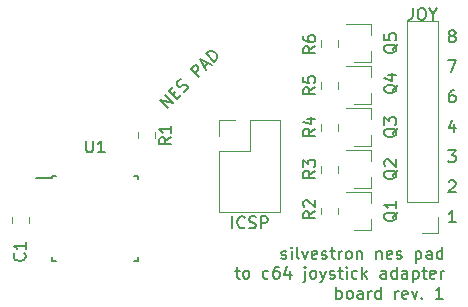
<source format=gbr>
G04 #@! TF.GenerationSoftware,KiCad,Pcbnew,(5.1.4)-1*
G04 #@! TF.CreationDate,2020-04-18T17:13:35+10:00*
G04 #@! TF.ProjectId,c64-nes-adapter,6336342d-6e65-4732-9d61-646170746572,rev?*
G04 #@! TF.SameCoordinates,Original*
G04 #@! TF.FileFunction,Legend,Top*
G04 #@! TF.FilePolarity,Positive*
%FSLAX46Y46*%
G04 Gerber Fmt 4.6, Leading zero omitted, Abs format (unit mm)*
G04 Created by KiCad (PCBNEW (5.1.4)-1) date 2020-04-18 17:13:35*
%MOMM*%
%LPD*%
G04 APERTURE LIST*
%ADD10C,0.150000*%
%ADD11C,0.120000*%
G04 APERTURE END LIST*
D10*
X202469761Y-91828952D02*
X202374523Y-91781333D01*
X202326904Y-91733714D01*
X202279285Y-91638476D01*
X202279285Y-91590857D01*
X202326904Y-91495619D01*
X202374523Y-91448000D01*
X202469761Y-91400380D01*
X202660238Y-91400380D01*
X202755476Y-91448000D01*
X202803095Y-91495619D01*
X202850714Y-91590857D01*
X202850714Y-91638476D01*
X202803095Y-91733714D01*
X202755476Y-91781333D01*
X202660238Y-91828952D01*
X202469761Y-91828952D01*
X202374523Y-91876571D01*
X202326904Y-91924190D01*
X202279285Y-92019428D01*
X202279285Y-92209904D01*
X202326904Y-92305142D01*
X202374523Y-92352761D01*
X202469761Y-92400380D01*
X202660238Y-92400380D01*
X202755476Y-92352761D01*
X202803095Y-92305142D01*
X202850714Y-92209904D01*
X202850714Y-92019428D01*
X202803095Y-91924190D01*
X202755476Y-91876571D01*
X202660238Y-91828952D01*
X202231666Y-93940380D02*
X202898333Y-93940380D01*
X202469761Y-94940380D01*
X202755476Y-96480380D02*
X202565000Y-96480380D01*
X202469761Y-96528000D01*
X202422142Y-96575619D01*
X202326904Y-96718476D01*
X202279285Y-96908952D01*
X202279285Y-97289904D01*
X202326904Y-97385142D01*
X202374523Y-97432761D01*
X202469761Y-97480380D01*
X202660238Y-97480380D01*
X202755476Y-97432761D01*
X202803095Y-97385142D01*
X202850714Y-97289904D01*
X202850714Y-97051809D01*
X202803095Y-96956571D01*
X202755476Y-96908952D01*
X202660238Y-96861333D01*
X202469761Y-96861333D01*
X202374523Y-96908952D01*
X202326904Y-96956571D01*
X202279285Y-97051809D01*
X202755476Y-99353714D02*
X202755476Y-100020380D01*
X202517380Y-98972761D02*
X202279285Y-99687047D01*
X202898333Y-99687047D01*
X202231666Y-101560380D02*
X202850714Y-101560380D01*
X202517380Y-101941333D01*
X202660238Y-101941333D01*
X202755476Y-101988952D01*
X202803095Y-102036571D01*
X202850714Y-102131809D01*
X202850714Y-102369904D01*
X202803095Y-102465142D01*
X202755476Y-102512761D01*
X202660238Y-102560380D01*
X202374523Y-102560380D01*
X202279285Y-102512761D01*
X202231666Y-102465142D01*
X202279285Y-104195619D02*
X202326904Y-104148000D01*
X202422142Y-104100380D01*
X202660238Y-104100380D01*
X202755476Y-104148000D01*
X202803095Y-104195619D01*
X202850714Y-104290857D01*
X202850714Y-104386095D01*
X202803095Y-104528952D01*
X202231666Y-105100380D01*
X202850714Y-105100380D01*
X202850714Y-107640380D02*
X202279285Y-107640380D01*
X202565000Y-107640380D02*
X202565000Y-106640380D01*
X202469761Y-106783238D01*
X202374523Y-106878476D01*
X202279285Y-106926095D01*
X192754809Y-114117380D02*
X192754809Y-113117380D01*
X192754809Y-113498333D02*
X192850047Y-113450714D01*
X193040523Y-113450714D01*
X193135761Y-113498333D01*
X193183380Y-113545952D01*
X193231000Y-113641190D01*
X193231000Y-113926904D01*
X193183380Y-114022142D01*
X193135761Y-114069761D01*
X193040523Y-114117380D01*
X192850047Y-114117380D01*
X192754809Y-114069761D01*
X193802428Y-114117380D02*
X193707190Y-114069761D01*
X193659571Y-114022142D01*
X193611952Y-113926904D01*
X193611952Y-113641190D01*
X193659571Y-113545952D01*
X193707190Y-113498333D01*
X193802428Y-113450714D01*
X193945285Y-113450714D01*
X194040523Y-113498333D01*
X194088142Y-113545952D01*
X194135761Y-113641190D01*
X194135761Y-113926904D01*
X194088142Y-114022142D01*
X194040523Y-114069761D01*
X193945285Y-114117380D01*
X193802428Y-114117380D01*
X194992904Y-114117380D02*
X194992904Y-113593571D01*
X194945285Y-113498333D01*
X194850047Y-113450714D01*
X194659571Y-113450714D01*
X194564333Y-113498333D01*
X194992904Y-114069761D02*
X194897666Y-114117380D01*
X194659571Y-114117380D01*
X194564333Y-114069761D01*
X194516714Y-113974523D01*
X194516714Y-113879285D01*
X194564333Y-113784047D01*
X194659571Y-113736428D01*
X194897666Y-113736428D01*
X194992904Y-113688809D01*
X195469095Y-114117380D02*
X195469095Y-113450714D01*
X195469095Y-113641190D02*
X195516714Y-113545952D01*
X195564333Y-113498333D01*
X195659571Y-113450714D01*
X195754809Y-113450714D01*
X196516714Y-114117380D02*
X196516714Y-113117380D01*
X196516714Y-114069761D02*
X196421476Y-114117380D01*
X196231000Y-114117380D01*
X196135761Y-114069761D01*
X196088142Y-114022142D01*
X196040523Y-113926904D01*
X196040523Y-113641190D01*
X196088142Y-113545952D01*
X196135761Y-113498333D01*
X196231000Y-113450714D01*
X196421476Y-113450714D01*
X196516714Y-113498333D01*
X197754809Y-114117380D02*
X197754809Y-113450714D01*
X197754809Y-113641190D02*
X197802428Y-113545952D01*
X197850047Y-113498333D01*
X197945285Y-113450714D01*
X198040523Y-113450714D01*
X198754809Y-114069761D02*
X198659571Y-114117380D01*
X198469095Y-114117380D01*
X198373857Y-114069761D01*
X198326238Y-113974523D01*
X198326238Y-113593571D01*
X198373857Y-113498333D01*
X198469095Y-113450714D01*
X198659571Y-113450714D01*
X198754809Y-113498333D01*
X198802428Y-113593571D01*
X198802428Y-113688809D01*
X198326238Y-113784047D01*
X199135761Y-113450714D02*
X199373857Y-114117380D01*
X199611952Y-113450714D01*
X199992904Y-114022142D02*
X200040523Y-114069761D01*
X199992904Y-114117380D01*
X199945285Y-114069761D01*
X199992904Y-114022142D01*
X199992904Y-114117380D01*
X201754809Y-114117380D02*
X201183380Y-114117380D01*
X201469095Y-114117380D02*
X201469095Y-113117380D01*
X201373857Y-113260238D01*
X201278619Y-113355476D01*
X201183380Y-113403095D01*
X188102357Y-110704761D02*
X188197595Y-110752380D01*
X188388071Y-110752380D01*
X188483309Y-110704761D01*
X188530928Y-110609523D01*
X188530928Y-110561904D01*
X188483309Y-110466666D01*
X188388071Y-110419047D01*
X188245214Y-110419047D01*
X188149976Y-110371428D01*
X188102357Y-110276190D01*
X188102357Y-110228571D01*
X188149976Y-110133333D01*
X188245214Y-110085714D01*
X188388071Y-110085714D01*
X188483309Y-110133333D01*
X188959500Y-110752380D02*
X188959500Y-110085714D01*
X188959500Y-109752380D02*
X188911880Y-109800000D01*
X188959500Y-109847619D01*
X189007119Y-109800000D01*
X188959500Y-109752380D01*
X188959500Y-109847619D01*
X189578547Y-110752380D02*
X189483309Y-110704761D01*
X189435690Y-110609523D01*
X189435690Y-109752380D01*
X189864261Y-110085714D02*
X190102357Y-110752380D01*
X190340452Y-110085714D01*
X191102357Y-110704761D02*
X191007119Y-110752380D01*
X190816642Y-110752380D01*
X190721404Y-110704761D01*
X190673785Y-110609523D01*
X190673785Y-110228571D01*
X190721404Y-110133333D01*
X190816642Y-110085714D01*
X191007119Y-110085714D01*
X191102357Y-110133333D01*
X191149976Y-110228571D01*
X191149976Y-110323809D01*
X190673785Y-110419047D01*
X191530928Y-110704761D02*
X191626166Y-110752380D01*
X191816642Y-110752380D01*
X191911880Y-110704761D01*
X191959500Y-110609523D01*
X191959500Y-110561904D01*
X191911880Y-110466666D01*
X191816642Y-110419047D01*
X191673785Y-110419047D01*
X191578547Y-110371428D01*
X191530928Y-110276190D01*
X191530928Y-110228571D01*
X191578547Y-110133333D01*
X191673785Y-110085714D01*
X191816642Y-110085714D01*
X191911880Y-110133333D01*
X192245214Y-110085714D02*
X192626166Y-110085714D01*
X192388071Y-109752380D02*
X192388071Y-110609523D01*
X192435690Y-110704761D01*
X192530928Y-110752380D01*
X192626166Y-110752380D01*
X192959500Y-110752380D02*
X192959500Y-110085714D01*
X192959500Y-110276190D02*
X193007119Y-110180952D01*
X193054738Y-110133333D01*
X193149976Y-110085714D01*
X193245214Y-110085714D01*
X193721404Y-110752380D02*
X193626166Y-110704761D01*
X193578547Y-110657142D01*
X193530928Y-110561904D01*
X193530928Y-110276190D01*
X193578547Y-110180952D01*
X193626166Y-110133333D01*
X193721404Y-110085714D01*
X193864261Y-110085714D01*
X193959500Y-110133333D01*
X194007119Y-110180952D01*
X194054738Y-110276190D01*
X194054738Y-110561904D01*
X194007119Y-110657142D01*
X193959500Y-110704761D01*
X193864261Y-110752380D01*
X193721404Y-110752380D01*
X194483309Y-110085714D02*
X194483309Y-110752380D01*
X194483309Y-110180952D02*
X194530928Y-110133333D01*
X194626166Y-110085714D01*
X194769023Y-110085714D01*
X194864261Y-110133333D01*
X194911880Y-110228571D01*
X194911880Y-110752380D01*
X196149976Y-110085714D02*
X196149976Y-110752380D01*
X196149976Y-110180952D02*
X196197595Y-110133333D01*
X196292833Y-110085714D01*
X196435690Y-110085714D01*
X196530928Y-110133333D01*
X196578547Y-110228571D01*
X196578547Y-110752380D01*
X197435690Y-110704761D02*
X197340452Y-110752380D01*
X197149976Y-110752380D01*
X197054738Y-110704761D01*
X197007119Y-110609523D01*
X197007119Y-110228571D01*
X197054738Y-110133333D01*
X197149976Y-110085714D01*
X197340452Y-110085714D01*
X197435690Y-110133333D01*
X197483309Y-110228571D01*
X197483309Y-110323809D01*
X197007119Y-110419047D01*
X197864261Y-110704761D02*
X197959500Y-110752380D01*
X198149976Y-110752380D01*
X198245214Y-110704761D01*
X198292833Y-110609523D01*
X198292833Y-110561904D01*
X198245214Y-110466666D01*
X198149976Y-110419047D01*
X198007119Y-110419047D01*
X197911880Y-110371428D01*
X197864261Y-110276190D01*
X197864261Y-110228571D01*
X197911880Y-110133333D01*
X198007119Y-110085714D01*
X198149976Y-110085714D01*
X198245214Y-110133333D01*
X199483309Y-110085714D02*
X199483309Y-111085714D01*
X199483309Y-110133333D02*
X199578547Y-110085714D01*
X199769023Y-110085714D01*
X199864261Y-110133333D01*
X199911880Y-110180952D01*
X199959500Y-110276190D01*
X199959500Y-110561904D01*
X199911880Y-110657142D01*
X199864261Y-110704761D01*
X199769023Y-110752380D01*
X199578547Y-110752380D01*
X199483309Y-110704761D01*
X200816642Y-110752380D02*
X200816642Y-110228571D01*
X200769023Y-110133333D01*
X200673785Y-110085714D01*
X200483309Y-110085714D01*
X200388071Y-110133333D01*
X200816642Y-110704761D02*
X200721404Y-110752380D01*
X200483309Y-110752380D01*
X200388071Y-110704761D01*
X200340452Y-110609523D01*
X200340452Y-110514285D01*
X200388071Y-110419047D01*
X200483309Y-110371428D01*
X200721404Y-110371428D01*
X200816642Y-110323809D01*
X201721404Y-110752380D02*
X201721404Y-109752380D01*
X201721404Y-110704761D02*
X201626166Y-110752380D01*
X201435690Y-110752380D01*
X201340452Y-110704761D01*
X201292833Y-110657142D01*
X201245214Y-110561904D01*
X201245214Y-110276190D01*
X201292833Y-110180952D01*
X201340452Y-110133333D01*
X201435690Y-110085714D01*
X201626166Y-110085714D01*
X201721404Y-110133333D01*
X184197595Y-111735714D02*
X184578547Y-111735714D01*
X184340452Y-111402380D02*
X184340452Y-112259523D01*
X184388071Y-112354761D01*
X184483309Y-112402380D01*
X184578547Y-112402380D01*
X185054738Y-112402380D02*
X184959500Y-112354761D01*
X184911880Y-112307142D01*
X184864261Y-112211904D01*
X184864261Y-111926190D01*
X184911880Y-111830952D01*
X184959500Y-111783333D01*
X185054738Y-111735714D01*
X185197595Y-111735714D01*
X185292833Y-111783333D01*
X185340452Y-111830952D01*
X185388071Y-111926190D01*
X185388071Y-112211904D01*
X185340452Y-112307142D01*
X185292833Y-112354761D01*
X185197595Y-112402380D01*
X185054738Y-112402380D01*
X187007119Y-112354761D02*
X186911880Y-112402380D01*
X186721404Y-112402380D01*
X186626166Y-112354761D01*
X186578547Y-112307142D01*
X186530928Y-112211904D01*
X186530928Y-111926190D01*
X186578547Y-111830952D01*
X186626166Y-111783333D01*
X186721404Y-111735714D01*
X186911880Y-111735714D01*
X187007119Y-111783333D01*
X187864261Y-111402380D02*
X187673785Y-111402380D01*
X187578547Y-111450000D01*
X187530928Y-111497619D01*
X187435690Y-111640476D01*
X187388071Y-111830952D01*
X187388071Y-112211904D01*
X187435690Y-112307142D01*
X187483309Y-112354761D01*
X187578547Y-112402380D01*
X187769023Y-112402380D01*
X187864261Y-112354761D01*
X187911880Y-112307142D01*
X187959500Y-112211904D01*
X187959500Y-111973809D01*
X187911880Y-111878571D01*
X187864261Y-111830952D01*
X187769023Y-111783333D01*
X187578547Y-111783333D01*
X187483309Y-111830952D01*
X187435690Y-111878571D01*
X187388071Y-111973809D01*
X188816642Y-111735714D02*
X188816642Y-112402380D01*
X188578547Y-111354761D02*
X188340452Y-112069047D01*
X188959500Y-112069047D01*
X190102357Y-111735714D02*
X190102357Y-112592857D01*
X190054738Y-112688095D01*
X189959500Y-112735714D01*
X189911880Y-112735714D01*
X190102357Y-111402380D02*
X190054738Y-111450000D01*
X190102357Y-111497619D01*
X190149976Y-111450000D01*
X190102357Y-111402380D01*
X190102357Y-111497619D01*
X190721404Y-112402380D02*
X190626166Y-112354761D01*
X190578547Y-112307142D01*
X190530928Y-112211904D01*
X190530928Y-111926190D01*
X190578547Y-111830952D01*
X190626166Y-111783333D01*
X190721404Y-111735714D01*
X190864261Y-111735714D01*
X190959500Y-111783333D01*
X191007119Y-111830952D01*
X191054738Y-111926190D01*
X191054738Y-112211904D01*
X191007119Y-112307142D01*
X190959500Y-112354761D01*
X190864261Y-112402380D01*
X190721404Y-112402380D01*
X191388071Y-111735714D02*
X191626166Y-112402380D01*
X191864261Y-111735714D02*
X191626166Y-112402380D01*
X191530928Y-112640476D01*
X191483309Y-112688095D01*
X191388071Y-112735714D01*
X192197595Y-112354761D02*
X192292833Y-112402380D01*
X192483309Y-112402380D01*
X192578547Y-112354761D01*
X192626166Y-112259523D01*
X192626166Y-112211904D01*
X192578547Y-112116666D01*
X192483309Y-112069047D01*
X192340452Y-112069047D01*
X192245214Y-112021428D01*
X192197595Y-111926190D01*
X192197595Y-111878571D01*
X192245214Y-111783333D01*
X192340452Y-111735714D01*
X192483309Y-111735714D01*
X192578547Y-111783333D01*
X192911880Y-111735714D02*
X193292833Y-111735714D01*
X193054738Y-111402380D02*
X193054738Y-112259523D01*
X193102357Y-112354761D01*
X193197595Y-112402380D01*
X193292833Y-112402380D01*
X193626166Y-112402380D02*
X193626166Y-111735714D01*
X193626166Y-111402380D02*
X193578547Y-111450000D01*
X193626166Y-111497619D01*
X193673785Y-111450000D01*
X193626166Y-111402380D01*
X193626166Y-111497619D01*
X194530928Y-112354761D02*
X194435690Y-112402380D01*
X194245214Y-112402380D01*
X194149976Y-112354761D01*
X194102357Y-112307142D01*
X194054738Y-112211904D01*
X194054738Y-111926190D01*
X194102357Y-111830952D01*
X194149976Y-111783333D01*
X194245214Y-111735714D01*
X194435690Y-111735714D01*
X194530928Y-111783333D01*
X194959500Y-112402380D02*
X194959500Y-111402380D01*
X195054738Y-112021428D02*
X195340452Y-112402380D01*
X195340452Y-111735714D02*
X194959500Y-112116666D01*
X196959500Y-112402380D02*
X196959500Y-111878571D01*
X196911880Y-111783333D01*
X196816642Y-111735714D01*
X196626166Y-111735714D01*
X196530928Y-111783333D01*
X196959500Y-112354761D02*
X196864261Y-112402380D01*
X196626166Y-112402380D01*
X196530928Y-112354761D01*
X196483309Y-112259523D01*
X196483309Y-112164285D01*
X196530928Y-112069047D01*
X196626166Y-112021428D01*
X196864261Y-112021428D01*
X196959500Y-111973809D01*
X197864261Y-112402380D02*
X197864261Y-111402380D01*
X197864261Y-112354761D02*
X197769023Y-112402380D01*
X197578547Y-112402380D01*
X197483309Y-112354761D01*
X197435690Y-112307142D01*
X197388071Y-112211904D01*
X197388071Y-111926190D01*
X197435690Y-111830952D01*
X197483309Y-111783333D01*
X197578547Y-111735714D01*
X197769023Y-111735714D01*
X197864261Y-111783333D01*
X198769023Y-112402380D02*
X198769023Y-111878571D01*
X198721404Y-111783333D01*
X198626166Y-111735714D01*
X198435690Y-111735714D01*
X198340452Y-111783333D01*
X198769023Y-112354761D02*
X198673785Y-112402380D01*
X198435690Y-112402380D01*
X198340452Y-112354761D01*
X198292833Y-112259523D01*
X198292833Y-112164285D01*
X198340452Y-112069047D01*
X198435690Y-112021428D01*
X198673785Y-112021428D01*
X198769023Y-111973809D01*
X199245214Y-111735714D02*
X199245214Y-112735714D01*
X199245214Y-111783333D02*
X199340452Y-111735714D01*
X199530928Y-111735714D01*
X199626166Y-111783333D01*
X199673785Y-111830952D01*
X199721404Y-111926190D01*
X199721404Y-112211904D01*
X199673785Y-112307142D01*
X199626166Y-112354761D01*
X199530928Y-112402380D01*
X199340452Y-112402380D01*
X199245214Y-112354761D01*
X200007119Y-111735714D02*
X200388071Y-111735714D01*
X200149976Y-111402380D02*
X200149976Y-112259523D01*
X200197595Y-112354761D01*
X200292833Y-112402380D01*
X200388071Y-112402380D01*
X201102357Y-112354761D02*
X201007119Y-112402380D01*
X200816642Y-112402380D01*
X200721404Y-112354761D01*
X200673785Y-112259523D01*
X200673785Y-111878571D01*
X200721404Y-111783333D01*
X200816642Y-111735714D01*
X201007119Y-111735714D01*
X201102357Y-111783333D01*
X201149976Y-111878571D01*
X201149976Y-111973809D01*
X200673785Y-112069047D01*
X201578547Y-112402380D02*
X201578547Y-111735714D01*
X201578547Y-111926190D02*
X201626166Y-111830952D01*
X201673785Y-111783333D01*
X201769023Y-111735714D01*
X201864261Y-111735714D01*
D11*
X201355000Y-90618000D02*
X198695000Y-90618000D01*
X201355000Y-105918000D02*
X201355000Y-90618000D01*
X198695000Y-105918000D02*
X198695000Y-90618000D01*
X201355000Y-105918000D02*
X198695000Y-105918000D01*
X201355000Y-107188000D02*
X201355000Y-108518000D01*
X201355000Y-108518000D02*
X200025000Y-108518000D01*
X182820000Y-99000000D02*
X184150000Y-99000000D01*
X182820000Y-100330000D02*
X182820000Y-99000000D01*
X185420000Y-99000000D02*
X188020000Y-99000000D01*
X185420000Y-101600000D02*
X185420000Y-99000000D01*
X182820000Y-101600000D02*
X185420000Y-101600000D01*
X188020000Y-99000000D02*
X188020000Y-106740000D01*
X182820000Y-101600000D02*
X182820000Y-106740000D01*
X182820000Y-106740000D02*
X188020000Y-106740000D01*
X195705000Y-94036000D02*
X195705000Y-93106000D01*
X195705000Y-90876000D02*
X195705000Y-91806000D01*
X195705000Y-90876000D02*
X193545000Y-90876000D01*
X195705000Y-94036000D02*
X194245000Y-94036000D01*
X195705000Y-97592000D02*
X195705000Y-96662000D01*
X195705000Y-94432000D02*
X195705000Y-95362000D01*
X195705000Y-94432000D02*
X193545000Y-94432000D01*
X195705000Y-97592000D02*
X194245000Y-97592000D01*
X195705000Y-101148000D02*
X195705000Y-100218000D01*
X195705000Y-97988000D02*
X195705000Y-98918000D01*
X195705000Y-97988000D02*
X193545000Y-97988000D01*
X195705000Y-101148000D02*
X194245000Y-101148000D01*
X195705000Y-104704000D02*
X195705000Y-103774000D01*
X195705000Y-101544000D02*
X195705000Y-102474000D01*
X195705000Y-101544000D02*
X193545000Y-101544000D01*
X195705000Y-104704000D02*
X194245000Y-104704000D01*
X195705000Y-108260000D02*
X195705000Y-107330000D01*
X195705000Y-105100000D02*
X195705000Y-106030000D01*
X195705000Y-105100000D02*
X193545000Y-105100000D01*
X195705000Y-108260000D02*
X194245000Y-108260000D01*
X192861000Y-106421422D02*
X192861000Y-106938578D01*
X191441000Y-106421422D02*
X191441000Y-106938578D01*
X192861000Y-95801922D02*
X192861000Y-96319078D01*
X191441000Y-95801922D02*
X191441000Y-96319078D01*
X192861000Y-92245922D02*
X192861000Y-92763078D01*
X191441000Y-92245922D02*
X191441000Y-92763078D01*
X192861000Y-99357922D02*
X192861000Y-99875078D01*
X191441000Y-99357922D02*
X191441000Y-99875078D01*
X192861000Y-102913922D02*
X192861000Y-103431078D01*
X191441000Y-102913922D02*
X191441000Y-103431078D01*
D10*
X168714000Y-103915000D02*
X167289000Y-103915000D01*
X175964000Y-103690000D02*
X175639000Y-103690000D01*
X175964000Y-110940000D02*
X175639000Y-110940000D01*
X168714000Y-110940000D02*
X169039000Y-110940000D01*
X168714000Y-103690000D02*
X169039000Y-103690000D01*
X168714000Y-110940000D02*
X168714000Y-110615000D01*
X175964000Y-110940000D02*
X175964000Y-110615000D01*
X175964000Y-103690000D02*
X175964000Y-104015000D01*
X168714000Y-103690000D02*
X168714000Y-103915000D01*
D11*
X175947000Y-100022922D02*
X175947000Y-100540078D01*
X177367000Y-100022922D02*
X177367000Y-100540078D01*
X165279000Y-107183422D02*
X165279000Y-107700578D01*
X166699000Y-107183422D02*
X166699000Y-107700578D01*
D10*
X199215476Y-89495380D02*
X199215476Y-90209666D01*
X199167857Y-90352523D01*
X199072619Y-90447761D01*
X198929761Y-90495380D01*
X198834523Y-90495380D01*
X199882142Y-89495380D02*
X200072619Y-89495380D01*
X200167857Y-89543000D01*
X200263095Y-89638238D01*
X200310714Y-89828714D01*
X200310714Y-90162047D01*
X200263095Y-90352523D01*
X200167857Y-90447761D01*
X200072619Y-90495380D01*
X199882142Y-90495380D01*
X199786904Y-90447761D01*
X199691666Y-90352523D01*
X199644047Y-90162047D01*
X199644047Y-89828714D01*
X199691666Y-89638238D01*
X199786904Y-89543000D01*
X199882142Y-89495380D01*
X200929761Y-90019190D02*
X200929761Y-90495380D01*
X200596428Y-89495380D02*
X200929761Y-90019190D01*
X201263095Y-89495380D01*
X178521725Y-97962037D02*
X177814618Y-97254931D01*
X178925786Y-97557976D01*
X178218679Y-96850870D01*
X178892114Y-96850870D02*
X179127816Y-96615167D01*
X179599221Y-96884541D02*
X179262503Y-97221259D01*
X178555397Y-96514152D01*
X178892114Y-96177435D01*
X179834923Y-96581496D02*
X179969610Y-96514152D01*
X180137969Y-96345793D01*
X180171641Y-96244778D01*
X180171641Y-96177435D01*
X180137969Y-96076419D01*
X180070625Y-96009076D01*
X179969610Y-95975404D01*
X179902267Y-95975404D01*
X179801251Y-96009076D01*
X179632893Y-96110091D01*
X179531877Y-96143763D01*
X179464534Y-96143763D01*
X179363519Y-96110091D01*
X179296175Y-96042748D01*
X179262503Y-95941732D01*
X179262503Y-95874389D01*
X179296175Y-95773374D01*
X179464534Y-95605015D01*
X179599221Y-95537671D01*
X181114450Y-95369312D02*
X180407343Y-94662206D01*
X180676717Y-94392832D01*
X180777732Y-94359160D01*
X180845076Y-94359160D01*
X180946091Y-94392832D01*
X181047106Y-94493847D01*
X181080778Y-94594862D01*
X181080778Y-94662206D01*
X181047106Y-94763221D01*
X180777732Y-95032595D01*
X181585854Y-94493847D02*
X181922572Y-94157129D01*
X181720541Y-94763221D02*
X181249137Y-93820412D01*
X182191946Y-94291816D01*
X182427648Y-94056114D02*
X181720541Y-93349007D01*
X181888900Y-93180649D01*
X182023587Y-93113305D01*
X182158274Y-93113305D01*
X182259289Y-93146977D01*
X182427648Y-93247992D01*
X182528663Y-93349007D01*
X182629679Y-93517366D01*
X182663350Y-93618381D01*
X182663350Y-93753068D01*
X182596007Y-93887755D01*
X182427648Y-94056114D01*
X183943809Y-108148380D02*
X183943809Y-107148380D01*
X184991428Y-108053142D02*
X184943809Y-108100761D01*
X184800952Y-108148380D01*
X184705714Y-108148380D01*
X184562857Y-108100761D01*
X184467619Y-108005523D01*
X184420000Y-107910285D01*
X184372380Y-107719809D01*
X184372380Y-107576952D01*
X184420000Y-107386476D01*
X184467619Y-107291238D01*
X184562857Y-107196000D01*
X184705714Y-107148380D01*
X184800952Y-107148380D01*
X184943809Y-107196000D01*
X184991428Y-107243619D01*
X185372380Y-108100761D02*
X185515238Y-108148380D01*
X185753333Y-108148380D01*
X185848571Y-108100761D01*
X185896190Y-108053142D01*
X185943809Y-107957904D01*
X185943809Y-107862666D01*
X185896190Y-107767428D01*
X185848571Y-107719809D01*
X185753333Y-107672190D01*
X185562857Y-107624571D01*
X185467619Y-107576952D01*
X185420000Y-107529333D01*
X185372380Y-107434095D01*
X185372380Y-107338857D01*
X185420000Y-107243619D01*
X185467619Y-107196000D01*
X185562857Y-107148380D01*
X185800952Y-107148380D01*
X185943809Y-107196000D01*
X186372380Y-108148380D02*
X186372380Y-107148380D01*
X186753333Y-107148380D01*
X186848571Y-107196000D01*
X186896190Y-107243619D01*
X186943809Y-107338857D01*
X186943809Y-107481714D01*
X186896190Y-107576952D01*
X186848571Y-107624571D01*
X186753333Y-107672190D01*
X186372380Y-107672190D01*
X197905619Y-92551238D02*
X197858000Y-92646476D01*
X197762761Y-92741714D01*
X197619904Y-92884571D01*
X197572285Y-92979809D01*
X197572285Y-93075047D01*
X197810380Y-93027428D02*
X197762761Y-93122666D01*
X197667523Y-93217904D01*
X197477047Y-93265523D01*
X197143714Y-93265523D01*
X196953238Y-93217904D01*
X196858000Y-93122666D01*
X196810380Y-93027428D01*
X196810380Y-92836952D01*
X196858000Y-92741714D01*
X196953238Y-92646476D01*
X197143714Y-92598857D01*
X197477047Y-92598857D01*
X197667523Y-92646476D01*
X197762761Y-92741714D01*
X197810380Y-92836952D01*
X197810380Y-93027428D01*
X196810380Y-91694095D02*
X196810380Y-92170285D01*
X197286571Y-92217904D01*
X197238952Y-92170285D01*
X197191333Y-92075047D01*
X197191333Y-91836952D01*
X197238952Y-91741714D01*
X197286571Y-91694095D01*
X197381809Y-91646476D01*
X197619904Y-91646476D01*
X197715142Y-91694095D01*
X197762761Y-91741714D01*
X197810380Y-91836952D01*
X197810380Y-92075047D01*
X197762761Y-92170285D01*
X197715142Y-92217904D01*
X197905619Y-95980238D02*
X197858000Y-96075476D01*
X197762761Y-96170714D01*
X197619904Y-96313571D01*
X197572285Y-96408809D01*
X197572285Y-96504047D01*
X197810380Y-96456428D02*
X197762761Y-96551666D01*
X197667523Y-96646904D01*
X197477047Y-96694523D01*
X197143714Y-96694523D01*
X196953238Y-96646904D01*
X196858000Y-96551666D01*
X196810380Y-96456428D01*
X196810380Y-96265952D01*
X196858000Y-96170714D01*
X196953238Y-96075476D01*
X197143714Y-96027857D01*
X197477047Y-96027857D01*
X197667523Y-96075476D01*
X197762761Y-96170714D01*
X197810380Y-96265952D01*
X197810380Y-96456428D01*
X197143714Y-95170714D02*
X197810380Y-95170714D01*
X196762761Y-95408809D02*
X197477047Y-95646904D01*
X197477047Y-95027857D01*
X197905619Y-99663238D02*
X197858000Y-99758476D01*
X197762761Y-99853714D01*
X197619904Y-99996571D01*
X197572285Y-100091809D01*
X197572285Y-100187047D01*
X197810380Y-100139428D02*
X197762761Y-100234666D01*
X197667523Y-100329904D01*
X197477047Y-100377523D01*
X197143714Y-100377523D01*
X196953238Y-100329904D01*
X196858000Y-100234666D01*
X196810380Y-100139428D01*
X196810380Y-99948952D01*
X196858000Y-99853714D01*
X196953238Y-99758476D01*
X197143714Y-99710857D01*
X197477047Y-99710857D01*
X197667523Y-99758476D01*
X197762761Y-99853714D01*
X197810380Y-99948952D01*
X197810380Y-100139428D01*
X196810380Y-99377523D02*
X196810380Y-98758476D01*
X197191333Y-99091809D01*
X197191333Y-98948952D01*
X197238952Y-98853714D01*
X197286571Y-98806095D01*
X197381809Y-98758476D01*
X197619904Y-98758476D01*
X197715142Y-98806095D01*
X197762761Y-98853714D01*
X197810380Y-98948952D01*
X197810380Y-99234666D01*
X197762761Y-99329904D01*
X197715142Y-99377523D01*
X197905619Y-103219238D02*
X197858000Y-103314476D01*
X197762761Y-103409714D01*
X197619904Y-103552571D01*
X197572285Y-103647809D01*
X197572285Y-103743047D01*
X197810380Y-103695428D02*
X197762761Y-103790666D01*
X197667523Y-103885904D01*
X197477047Y-103933523D01*
X197143714Y-103933523D01*
X196953238Y-103885904D01*
X196858000Y-103790666D01*
X196810380Y-103695428D01*
X196810380Y-103504952D01*
X196858000Y-103409714D01*
X196953238Y-103314476D01*
X197143714Y-103266857D01*
X197477047Y-103266857D01*
X197667523Y-103314476D01*
X197762761Y-103409714D01*
X197810380Y-103504952D01*
X197810380Y-103695428D01*
X196905619Y-102885904D02*
X196858000Y-102838285D01*
X196810380Y-102743047D01*
X196810380Y-102504952D01*
X196858000Y-102409714D01*
X196905619Y-102362095D01*
X197000857Y-102314476D01*
X197096095Y-102314476D01*
X197238952Y-102362095D01*
X197810380Y-102933523D01*
X197810380Y-102314476D01*
X197905619Y-106775238D02*
X197858000Y-106870476D01*
X197762761Y-106965714D01*
X197619904Y-107108571D01*
X197572285Y-107203809D01*
X197572285Y-107299047D01*
X197810380Y-107251428D02*
X197762761Y-107346666D01*
X197667523Y-107441904D01*
X197477047Y-107489523D01*
X197143714Y-107489523D01*
X196953238Y-107441904D01*
X196858000Y-107346666D01*
X196810380Y-107251428D01*
X196810380Y-107060952D01*
X196858000Y-106965714D01*
X196953238Y-106870476D01*
X197143714Y-106822857D01*
X197477047Y-106822857D01*
X197667523Y-106870476D01*
X197762761Y-106965714D01*
X197810380Y-107060952D01*
X197810380Y-107251428D01*
X197810380Y-105870476D02*
X197810380Y-106441904D01*
X197810380Y-106156190D02*
X196810380Y-106156190D01*
X196953238Y-106251428D01*
X197048476Y-106346666D01*
X197096095Y-106441904D01*
X190952380Y-106719666D02*
X190476190Y-107053000D01*
X190952380Y-107291095D02*
X189952380Y-107291095D01*
X189952380Y-106910142D01*
X190000000Y-106814904D01*
X190047619Y-106767285D01*
X190142857Y-106719666D01*
X190285714Y-106719666D01*
X190380952Y-106767285D01*
X190428571Y-106814904D01*
X190476190Y-106910142D01*
X190476190Y-107291095D01*
X190047619Y-106338714D02*
X190000000Y-106291095D01*
X189952380Y-106195857D01*
X189952380Y-105957761D01*
X190000000Y-105862523D01*
X190047619Y-105814904D01*
X190142857Y-105767285D01*
X190238095Y-105767285D01*
X190380952Y-105814904D01*
X190952380Y-106386333D01*
X190952380Y-105767285D01*
X190952380Y-96227166D02*
X190476190Y-96560500D01*
X190952380Y-96798595D02*
X189952380Y-96798595D01*
X189952380Y-96417642D01*
X190000000Y-96322404D01*
X190047619Y-96274785D01*
X190142857Y-96227166D01*
X190285714Y-96227166D01*
X190380952Y-96274785D01*
X190428571Y-96322404D01*
X190476190Y-96417642D01*
X190476190Y-96798595D01*
X189952380Y-95322404D02*
X189952380Y-95798595D01*
X190428571Y-95846214D01*
X190380952Y-95798595D01*
X190333333Y-95703357D01*
X190333333Y-95465261D01*
X190380952Y-95370023D01*
X190428571Y-95322404D01*
X190523809Y-95274785D01*
X190761904Y-95274785D01*
X190857142Y-95322404D01*
X190904761Y-95370023D01*
X190952380Y-95465261D01*
X190952380Y-95703357D01*
X190904761Y-95798595D01*
X190857142Y-95846214D01*
X190952380Y-92749666D02*
X190476190Y-93083000D01*
X190952380Y-93321095D02*
X189952380Y-93321095D01*
X189952380Y-92940142D01*
X190000000Y-92844904D01*
X190047619Y-92797285D01*
X190142857Y-92749666D01*
X190285714Y-92749666D01*
X190380952Y-92797285D01*
X190428571Y-92844904D01*
X190476190Y-92940142D01*
X190476190Y-93321095D01*
X189952380Y-91892523D02*
X189952380Y-92083000D01*
X190000000Y-92178238D01*
X190047619Y-92225857D01*
X190190476Y-92321095D01*
X190380952Y-92368714D01*
X190761904Y-92368714D01*
X190857142Y-92321095D01*
X190904761Y-92273476D01*
X190952380Y-92178238D01*
X190952380Y-91987761D01*
X190904761Y-91892523D01*
X190857142Y-91844904D01*
X190761904Y-91797285D01*
X190523809Y-91797285D01*
X190428571Y-91844904D01*
X190380952Y-91892523D01*
X190333333Y-91987761D01*
X190333333Y-92178238D01*
X190380952Y-92273476D01*
X190428571Y-92321095D01*
X190523809Y-92368714D01*
X190952380Y-99734666D02*
X190476190Y-100068000D01*
X190952380Y-100306095D02*
X189952380Y-100306095D01*
X189952380Y-99925142D01*
X190000000Y-99829904D01*
X190047619Y-99782285D01*
X190142857Y-99734666D01*
X190285714Y-99734666D01*
X190380952Y-99782285D01*
X190428571Y-99829904D01*
X190476190Y-99925142D01*
X190476190Y-100306095D01*
X190285714Y-98877523D02*
X190952380Y-98877523D01*
X189904761Y-99115619D02*
X190619047Y-99353714D01*
X190619047Y-98734666D01*
X190952380Y-103290666D02*
X190476190Y-103624000D01*
X190952380Y-103862095D02*
X189952380Y-103862095D01*
X189952380Y-103481142D01*
X190000000Y-103385904D01*
X190047619Y-103338285D01*
X190142857Y-103290666D01*
X190285714Y-103290666D01*
X190380952Y-103338285D01*
X190428571Y-103385904D01*
X190476190Y-103481142D01*
X190476190Y-103862095D01*
X189952380Y-102957333D02*
X189952380Y-102338285D01*
X190333333Y-102671619D01*
X190333333Y-102528761D01*
X190380952Y-102433523D01*
X190428571Y-102385904D01*
X190523809Y-102338285D01*
X190761904Y-102338285D01*
X190857142Y-102385904D01*
X190904761Y-102433523D01*
X190952380Y-102528761D01*
X190952380Y-102814476D01*
X190904761Y-102909714D01*
X190857142Y-102957333D01*
X171577095Y-100717380D02*
X171577095Y-101526904D01*
X171624714Y-101622142D01*
X171672333Y-101669761D01*
X171767571Y-101717380D01*
X171958047Y-101717380D01*
X172053285Y-101669761D01*
X172100904Y-101622142D01*
X172148523Y-101526904D01*
X172148523Y-100717380D01*
X173148523Y-101717380D02*
X172577095Y-101717380D01*
X172862809Y-101717380D02*
X172862809Y-100717380D01*
X172767571Y-100860238D01*
X172672333Y-100955476D01*
X172577095Y-101003095D01*
X178759380Y-100448166D02*
X178283190Y-100781500D01*
X178759380Y-101019595D02*
X177759380Y-101019595D01*
X177759380Y-100638642D01*
X177807000Y-100543404D01*
X177854619Y-100495785D01*
X177949857Y-100448166D01*
X178092714Y-100448166D01*
X178187952Y-100495785D01*
X178235571Y-100543404D01*
X178283190Y-100638642D01*
X178283190Y-101019595D01*
X178759380Y-99495785D02*
X178759380Y-100067214D01*
X178759380Y-99781500D02*
X177759380Y-99781500D01*
X177902238Y-99876738D01*
X177997476Y-99971976D01*
X178045095Y-100067214D01*
X166346142Y-110275666D02*
X166393761Y-110323285D01*
X166441380Y-110466142D01*
X166441380Y-110561380D01*
X166393761Y-110704238D01*
X166298523Y-110799476D01*
X166203285Y-110847095D01*
X166012809Y-110894714D01*
X165869952Y-110894714D01*
X165679476Y-110847095D01*
X165584238Y-110799476D01*
X165489000Y-110704238D01*
X165441380Y-110561380D01*
X165441380Y-110466142D01*
X165489000Y-110323285D01*
X165536619Y-110275666D01*
X166441380Y-109323285D02*
X166441380Y-109894714D01*
X166441380Y-109609000D02*
X165441380Y-109609000D01*
X165584238Y-109704238D01*
X165679476Y-109799476D01*
X165727095Y-109894714D01*
M02*

</source>
